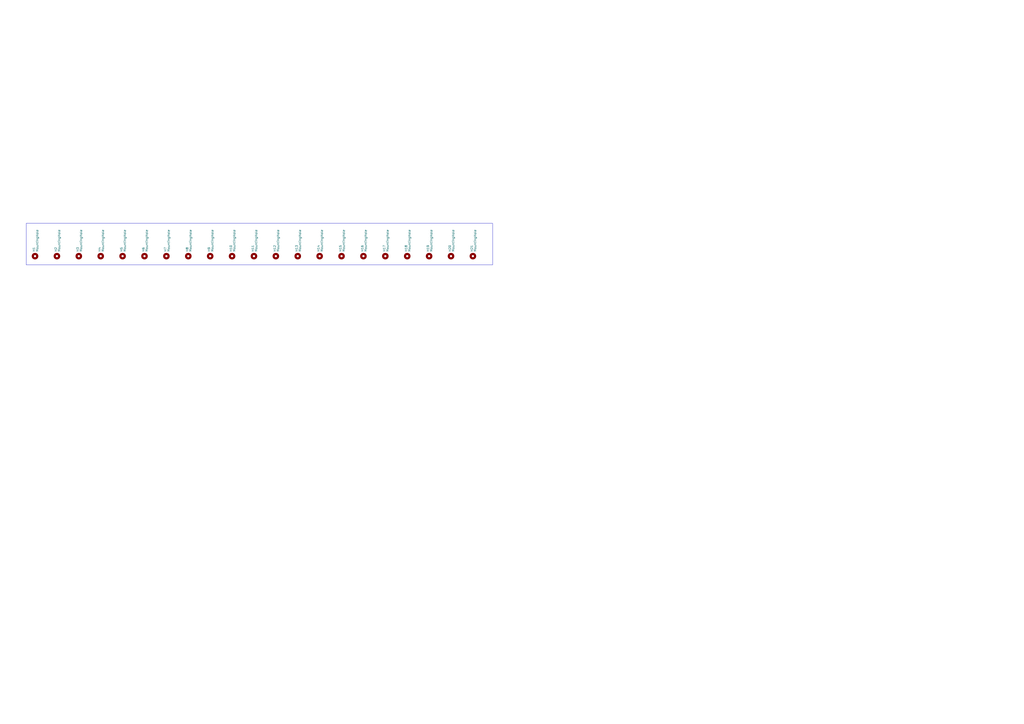
<source format=kicad_sch>
(kicad_sch (version 20230121) (generator eeschema)

  (uuid 139e3044-b870-4b2f-acfa-8b057932fd92)

  (paper "A2")

  (lib_symbols
    (symbol "Mechanical:MountingHole" (pin_names (offset 1.016)) (in_bom yes) (on_board yes)
      (property "Reference" "H" (at 0 5.08 0)
        (effects (font (size 1.27 1.27)))
      )
      (property "Value" "MountingHole" (at 0 3.175 0)
        (effects (font (size 1.27 1.27)))
      )
      (property "Footprint" "" (at 0 0 0)
        (effects (font (size 1.27 1.27)) hide)
      )
      (property "Datasheet" "~" (at 0 0 0)
        (effects (font (size 1.27 1.27)) hide)
      )
      (property "ki_keywords" "mounting hole" (at 0 0 0)
        (effects (font (size 1.27 1.27)) hide)
      )
      (property "ki_description" "Mounting Hole without connection" (at 0 0 0)
        (effects (font (size 1.27 1.27)) hide)
      )
      (property "ki_fp_filters" "MountingHole*" (at 0 0 0)
        (effects (font (size 1.27 1.27)) hide)
      )
      (symbol "MountingHole_0_1"
        (circle (center 0 0) (radius 1.27)
          (stroke (width 1.27) (type default))
          (fill (type none))
        )
      )
    )
  )


  (rectangle (start 15.24 129.54) (end 285.75 153.67)
    (stroke (width 0) (type default))
    (fill (type none))
    (uuid 9db3268d-d756-4cf8-8318-7f533bfb31f4)
  )

  (symbol (lib_id "Mechanical:MountingHole") (at 160.02 148.59 90) (unit 1)
    (in_bom yes) (on_board yes) (dnp no) (fields_autoplaced)
    (uuid 016143c5-629e-4c59-91df-c53b47bf086f)
    (property "Reference" "H12" (at 159.3763 146.05 0)
      (effects (font (size 1.27 1.27)) (justify left))
    )
    (property "Value" "MountingHole" (at 161.2973 146.05 0)
      (effects (font (size 1.27 1.27)) (justify left))
    )
    (property "Footprint" "MountingHole:MountingHole_2.5mm" (at 160.02 148.59 0)
      (effects (font (size 1.27 1.27)) hide)
    )
    (property "Datasheet" "~" (at 160.02 148.59 0)
      (effects (font (size 1.27 1.27)) hide)
    )
    (instances
      (project "kha-bgt-spacer"
        (path "/139e3044-b870-4b2f-acfa-8b057932fd92"
          (reference "H12") (unit 1)
        )
      )
    )
  )

  (symbol (lib_id "Mechanical:MountingHole") (at 45.72 148.59 90) (unit 1)
    (in_bom yes) (on_board yes) (dnp no) (fields_autoplaced)
    (uuid 1167035d-8709-4cab-b564-0f3c573c309a)
    (property "Reference" "H3" (at 45.0763 146.05 0)
      (effects (font (size 1.27 1.27)) (justify left))
    )
    (property "Value" "MountingHole" (at 46.9973 146.05 0)
      (effects (font (size 1.27 1.27)) (justify left))
    )
    (property "Footprint" "MountingHole:MountingHole_2.5mm" (at 45.72 148.59 0)
      (effects (font (size 1.27 1.27)) hide)
    )
    (property "Datasheet" "~" (at 45.72 148.59 0)
      (effects (font (size 1.27 1.27)) hide)
    )
    (instances
      (project "kha-bgt-spacer"
        (path "/139e3044-b870-4b2f-acfa-8b057932fd92"
          (reference "H3") (unit 1)
        )
      )
    )
  )

  (symbol (lib_id "Mechanical:MountingHole") (at 274.32 148.59 90) (unit 1)
    (in_bom yes) (on_board yes) (dnp no) (fields_autoplaced)
    (uuid 13329759-5974-43fc-a99e-49fce77734ac)
    (property "Reference" "H21" (at 273.6763 146.05 0)
      (effects (font (size 1.27 1.27)) (justify left))
    )
    (property "Value" "MountingHole" (at 275.5973 146.05 0)
      (effects (font (size 1.27 1.27)) (justify left))
    )
    (property "Footprint" "MountingHole:MountingHole_2.5mm" (at 274.32 148.59 0)
      (effects (font (size 1.27 1.27)) hide)
    )
    (property "Datasheet" "~" (at 274.32 148.59 0)
      (effects (font (size 1.27 1.27)) hide)
    )
    (instances
      (project "kha-bgt-spacer"
        (path "/139e3044-b870-4b2f-acfa-8b057932fd92"
          (reference "H21") (unit 1)
        )
      )
    )
  )

  (symbol (lib_id "Mechanical:MountingHole") (at 236.22 148.59 90) (unit 1)
    (in_bom yes) (on_board yes) (dnp no) (fields_autoplaced)
    (uuid 13556c12-3752-4ebb-99fa-e60ccff862b9)
    (property "Reference" "H18" (at 235.5763 146.05 0)
      (effects (font (size 1.27 1.27)) (justify left))
    )
    (property "Value" "MountingHole" (at 237.4973 146.05 0)
      (effects (font (size 1.27 1.27)) (justify left))
    )
    (property "Footprint" "MountingHole:MountingHole_2.5mm" (at 236.22 148.59 0)
      (effects (font (size 1.27 1.27)) hide)
    )
    (property "Datasheet" "~" (at 236.22 148.59 0)
      (effects (font (size 1.27 1.27)) hide)
    )
    (instances
      (project "kha-bgt-spacer"
        (path "/139e3044-b870-4b2f-acfa-8b057932fd92"
          (reference "H18") (unit 1)
        )
      )
    )
  )

  (symbol (lib_id "Mechanical:MountingHole") (at 147.32 148.59 90) (unit 1)
    (in_bom yes) (on_board yes) (dnp no) (fields_autoplaced)
    (uuid 19570f29-f921-4374-9aa7-fe31ebdfa2d4)
    (property "Reference" "H11" (at 146.6763 146.05 0)
      (effects (font (size 1.27 1.27)) (justify left))
    )
    (property "Value" "MountingHole" (at 148.5973 146.05 0)
      (effects (font (size 1.27 1.27)) (justify left))
    )
    (property "Footprint" "MountingHole:MountingHole_2.5mm" (at 147.32 148.59 0)
      (effects (font (size 1.27 1.27)) hide)
    )
    (property "Datasheet" "~" (at 147.32 148.59 0)
      (effects (font (size 1.27 1.27)) hide)
    )
    (instances
      (project "kha-bgt-spacer"
        (path "/139e3044-b870-4b2f-acfa-8b057932fd92"
          (reference "H11") (unit 1)
        )
      )
    )
  )

  (symbol (lib_id "Mechanical:MountingHole") (at 261.62 148.59 90) (unit 1)
    (in_bom yes) (on_board yes) (dnp no) (fields_autoplaced)
    (uuid 2a09029c-513c-433e-8055-d20cf6342e55)
    (property "Reference" "H20" (at 260.9763 146.05 0)
      (effects (font (size 1.27 1.27)) (justify left))
    )
    (property "Value" "MountingHole" (at 262.8973 146.05 0)
      (effects (font (size 1.27 1.27)) (justify left))
    )
    (property "Footprint" "MountingHole:MountingHole_2.5mm" (at 261.62 148.59 0)
      (effects (font (size 1.27 1.27)) hide)
    )
    (property "Datasheet" "~" (at 261.62 148.59 0)
      (effects (font (size 1.27 1.27)) hide)
    )
    (instances
      (project "kha-bgt-spacer"
        (path "/139e3044-b870-4b2f-acfa-8b057932fd92"
          (reference "H20") (unit 1)
        )
      )
    )
  )

  (symbol (lib_id "Mechanical:MountingHole") (at 223.52 148.59 90) (unit 1)
    (in_bom yes) (on_board yes) (dnp no) (fields_autoplaced)
    (uuid 2ea71979-8ffe-42d8-b039-9f3c3c12813b)
    (property "Reference" "H17" (at 222.8763 146.05 0)
      (effects (font (size 1.27 1.27)) (justify left))
    )
    (property "Value" "MountingHole" (at 224.7973 146.05 0)
      (effects (font (size 1.27 1.27)) (justify left))
    )
    (property "Footprint" "MountingHole:MountingHole_2.5mm" (at 223.52 148.59 0)
      (effects (font (size 1.27 1.27)) hide)
    )
    (property "Datasheet" "~" (at 223.52 148.59 0)
      (effects (font (size 1.27 1.27)) hide)
    )
    (instances
      (project "kha-bgt-spacer"
        (path "/139e3044-b870-4b2f-acfa-8b057932fd92"
          (reference "H17") (unit 1)
        )
      )
    )
  )

  (symbol (lib_id "Mechanical:MountingHole") (at 210.82 148.59 90) (unit 1)
    (in_bom yes) (on_board yes) (dnp no) (fields_autoplaced)
    (uuid 56107b6a-8b6b-4589-95f3-1e93a1a9736f)
    (property "Reference" "H16" (at 210.1763 146.05 0)
      (effects (font (size 1.27 1.27)) (justify left))
    )
    (property "Value" "MountingHole" (at 212.0973 146.05 0)
      (effects (font (size 1.27 1.27)) (justify left))
    )
    (property "Footprint" "MountingHole:MountingHole_2.5mm" (at 210.82 148.59 0)
      (effects (font (size 1.27 1.27)) hide)
    )
    (property "Datasheet" "~" (at 210.82 148.59 0)
      (effects (font (size 1.27 1.27)) hide)
    )
    (instances
      (project "kha-bgt-spacer"
        (path "/139e3044-b870-4b2f-acfa-8b057932fd92"
          (reference "H16") (unit 1)
        )
      )
    )
  )

  (symbol (lib_id "Mechanical:MountingHole") (at 134.62 148.59 90) (unit 1)
    (in_bom yes) (on_board yes) (dnp no) (fields_autoplaced)
    (uuid 66dc4b97-5027-4474-b455-9ffb75f6db5a)
    (property "Reference" "H10" (at 133.9763 146.05 0)
      (effects (font (size 1.27 1.27)) (justify left))
    )
    (property "Value" "MountingHole" (at 135.8973 146.05 0)
      (effects (font (size 1.27 1.27)) (justify left))
    )
    (property "Footprint" "MountingHole:MountingHole_2.5mm" (at 134.62 148.59 0)
      (effects (font (size 1.27 1.27)) hide)
    )
    (property "Datasheet" "~" (at 134.62 148.59 0)
      (effects (font (size 1.27 1.27)) hide)
    )
    (instances
      (project "kha-bgt-spacer"
        (path "/139e3044-b870-4b2f-acfa-8b057932fd92"
          (reference "H10") (unit 1)
        )
      )
    )
  )

  (symbol (lib_id "Mechanical:MountingHole") (at 20.32 148.59 90) (unit 1)
    (in_bom yes) (on_board yes) (dnp no) (fields_autoplaced)
    (uuid 6f17b33f-d029-4c16-b08a-d41109a6852f)
    (property "Reference" "H1" (at 19.6763 146.05 0)
      (effects (font (size 1.27 1.27)) (justify left))
    )
    (property "Value" "MountingHole" (at 21.5973 146.05 0)
      (effects (font (size 1.27 1.27)) (justify left))
    )
    (property "Footprint" "MountingHole:MountingHole_2.5mm" (at 20.32 148.59 0)
      (effects (font (size 1.27 1.27)) hide)
    )
    (property "Datasheet" "~" (at 20.32 148.59 0)
      (effects (font (size 1.27 1.27)) hide)
    )
    (instances
      (project "kha-bgt-spacer"
        (path "/139e3044-b870-4b2f-acfa-8b057932fd92"
          (reference "H1") (unit 1)
        )
      )
    )
  )

  (symbol (lib_id "Mechanical:MountingHole") (at 96.52 148.59 90) (unit 1)
    (in_bom yes) (on_board yes) (dnp no) (fields_autoplaced)
    (uuid 753ac359-f1a5-48fc-b9d6-2de1fbff6074)
    (property "Reference" "H7" (at 95.8763 146.05 0)
      (effects (font (size 1.27 1.27)) (justify left))
    )
    (property "Value" "MountingHole" (at 97.7973 146.05 0)
      (effects (font (size 1.27 1.27)) (justify left))
    )
    (property "Footprint" "MountingHole:MountingHole_2.5mm" (at 96.52 148.59 0)
      (effects (font (size 1.27 1.27)) hide)
    )
    (property "Datasheet" "~" (at 96.52 148.59 0)
      (effects (font (size 1.27 1.27)) hide)
    )
    (instances
      (project "kha-bgt-spacer"
        (path "/139e3044-b870-4b2f-acfa-8b057932fd92"
          (reference "H7") (unit 1)
        )
      )
    )
  )

  (symbol (lib_id "Mechanical:MountingHole") (at 83.82 148.59 90) (unit 1)
    (in_bom yes) (on_board yes) (dnp no) (fields_autoplaced)
    (uuid 88c2040a-4ce5-46e4-9b06-ee4e254784cf)
    (property "Reference" "H6" (at 83.1763 146.05 0)
      (effects (font (size 1.27 1.27)) (justify left))
    )
    (property "Value" "MountingHole" (at 85.0973 146.05 0)
      (effects (font (size 1.27 1.27)) (justify left))
    )
    (property "Footprint" "MountingHole:MountingHole_2.5mm" (at 83.82 148.59 0)
      (effects (font (size 1.27 1.27)) hide)
    )
    (property "Datasheet" "~" (at 83.82 148.59 0)
      (effects (font (size 1.27 1.27)) hide)
    )
    (instances
      (project "kha-bgt-spacer"
        (path "/139e3044-b870-4b2f-acfa-8b057932fd92"
          (reference "H6") (unit 1)
        )
      )
    )
  )

  (symbol (lib_id "Mechanical:MountingHole") (at 33.02 148.59 90) (unit 1)
    (in_bom yes) (on_board yes) (dnp no) (fields_autoplaced)
    (uuid 890a92f2-d249-419b-a777-eefbbcb00026)
    (property "Reference" "H2" (at 32.3763 146.05 0)
      (effects (font (size 1.27 1.27)) (justify left))
    )
    (property "Value" "MountingHole" (at 34.2973 146.05 0)
      (effects (font (size 1.27 1.27)) (justify left))
    )
    (property "Footprint" "MountingHole:MountingHole_2.5mm" (at 33.02 148.59 0)
      (effects (font (size 1.27 1.27)) hide)
    )
    (property "Datasheet" "~" (at 33.02 148.59 0)
      (effects (font (size 1.27 1.27)) hide)
    )
    (instances
      (project "kha-bgt-spacer"
        (path "/139e3044-b870-4b2f-acfa-8b057932fd92"
          (reference "H2") (unit 1)
        )
      )
    )
  )

  (symbol (lib_id "Mechanical:MountingHole") (at 121.92 148.59 90) (unit 1)
    (in_bom yes) (on_board yes) (dnp no) (fields_autoplaced)
    (uuid 96ed0b54-7a79-45ca-8c3e-cd1e6a76e710)
    (property "Reference" "H9" (at 121.2763 146.05 0)
      (effects (font (size 1.27 1.27)) (justify left))
    )
    (property "Value" "MountingHole" (at 123.1973 146.05 0)
      (effects (font (size 1.27 1.27)) (justify left))
    )
    (property "Footprint" "MountingHole:MountingHole_2.5mm" (at 121.92 148.59 0)
      (effects (font (size 1.27 1.27)) hide)
    )
    (property "Datasheet" "~" (at 121.92 148.59 0)
      (effects (font (size 1.27 1.27)) hide)
    )
    (instances
      (project "kha-bgt-spacer"
        (path "/139e3044-b870-4b2f-acfa-8b057932fd92"
          (reference "H9") (unit 1)
        )
      )
    )
  )

  (symbol (lib_id "Mechanical:MountingHole") (at 172.72 148.59 90) (unit 1)
    (in_bom yes) (on_board yes) (dnp no) (fields_autoplaced)
    (uuid 9d1bb0db-277c-4737-9808-8191971d4fd6)
    (property "Reference" "H13" (at 172.0763 146.05 0)
      (effects (font (size 1.27 1.27)) (justify left))
    )
    (property "Value" "MountingHole" (at 173.9973 146.05 0)
      (effects (font (size 1.27 1.27)) (justify left))
    )
    (property "Footprint" "MountingHole:MountingHole_2.5mm" (at 172.72 148.59 0)
      (effects (font (size 1.27 1.27)) hide)
    )
    (property "Datasheet" "~" (at 172.72 148.59 0)
      (effects (font (size 1.27 1.27)) hide)
    )
    (instances
      (project "kha-bgt-spacer"
        (path "/139e3044-b870-4b2f-acfa-8b057932fd92"
          (reference "H13") (unit 1)
        )
      )
    )
  )

  (symbol (lib_id "Mechanical:MountingHole") (at 185.42 148.59 90) (unit 1)
    (in_bom yes) (on_board yes) (dnp no) (fields_autoplaced)
    (uuid c343af19-2197-4357-a2a5-d3caebded5b4)
    (property "Reference" "H14" (at 184.7763 146.05 0)
      (effects (font (size 1.27 1.27)) (justify left))
    )
    (property "Value" "MountingHole" (at 186.6973 146.05 0)
      (effects (font (size 1.27 1.27)) (justify left))
    )
    (property "Footprint" "MountingHole:MountingHole_2.5mm" (at 185.42 148.59 0)
      (effects (font (size 1.27 1.27)) hide)
    )
    (property "Datasheet" "~" (at 185.42 148.59 0)
      (effects (font (size 1.27 1.27)) hide)
    )
    (instances
      (project "kha-bgt-spacer"
        (path "/139e3044-b870-4b2f-acfa-8b057932fd92"
          (reference "H14") (unit 1)
        )
      )
    )
  )

  (symbol (lib_id "Mechanical:MountingHole") (at 71.12 148.59 90) (unit 1)
    (in_bom yes) (on_board yes) (dnp no) (fields_autoplaced)
    (uuid e07886b6-16af-4994-9698-fa7c022686f2)
    (property "Reference" "H5" (at 70.4763 146.05 0)
      (effects (font (size 1.27 1.27)) (justify left))
    )
    (property "Value" "MountingHole" (at 72.3973 146.05 0)
      (effects (font (size 1.27 1.27)) (justify left))
    )
    (property "Footprint" "MountingHole:MountingHole_2.5mm" (at 71.12 148.59 0)
      (effects (font (size 1.27 1.27)) hide)
    )
    (property "Datasheet" "~" (at 71.12 148.59 0)
      (effects (font (size 1.27 1.27)) hide)
    )
    (instances
      (project "kha-bgt-spacer"
        (path "/139e3044-b870-4b2f-acfa-8b057932fd92"
          (reference "H5") (unit 1)
        )
      )
    )
  )

  (symbol (lib_id "Mechanical:MountingHole") (at 109.22 148.59 90) (unit 1)
    (in_bom yes) (on_board yes) (dnp no) (fields_autoplaced)
    (uuid ea6357ed-789f-4ddc-90c4-5f70bb862555)
    (property "Reference" "H8" (at 108.5763 146.05 0)
      (effects (font (size 1.27 1.27)) (justify left))
    )
    (property "Value" "MountingHole" (at 110.4973 146.05 0)
      (effects (font (size 1.27 1.27)) (justify left))
    )
    (property "Footprint" "MountingHole:MountingHole_2.5mm" (at 109.22 148.59 0)
      (effects (font (size 1.27 1.27)) hide)
    )
    (property "Datasheet" "~" (at 109.22 148.59 0)
      (effects (font (size 1.27 1.27)) hide)
    )
    (instances
      (project "kha-bgt-spacer"
        (path "/139e3044-b870-4b2f-acfa-8b057932fd92"
          (reference "H8") (unit 1)
        )
      )
    )
  )

  (symbol (lib_id "Mechanical:MountingHole") (at 198.12 148.59 90) (unit 1)
    (in_bom yes) (on_board yes) (dnp no) (fields_autoplaced)
    (uuid f3e5d5ba-963a-4a76-9cfb-f9cf983ecd4c)
    (property "Reference" "H15" (at 197.4763 146.05 0)
      (effects (font (size 1.27 1.27)) (justify left))
    )
    (property "Value" "MountingHole" (at 199.3973 146.05 0)
      (effects (font (size 1.27 1.27)) (justify left))
    )
    (property "Footprint" "MountingHole:MountingHole_2.5mm" (at 198.12 148.59 0)
      (effects (font (size 1.27 1.27)) hide)
    )
    (property "Datasheet" "~" (at 198.12 148.59 0)
      (effects (font (size 1.27 1.27)) hide)
    )
    (instances
      (project "kha-bgt-spacer"
        (path "/139e3044-b870-4b2f-acfa-8b057932fd92"
          (reference "H15") (unit 1)
        )
      )
    )
  )

  (symbol (lib_id "Mechanical:MountingHole") (at 58.42 148.59 90) (unit 1)
    (in_bom yes) (on_board yes) (dnp no) (fields_autoplaced)
    (uuid ff29ed72-cd63-4ec0-9cfe-53ecde840312)
    (property "Reference" "H4" (at 57.7763 146.05 0)
      (effects (font (size 1.27 1.27)) (justify left))
    )
    (property "Value" "MountingHole" (at 59.6973 146.05 0)
      (effects (font (size 1.27 1.27)) (justify left))
    )
    (property "Footprint" "MountingHole:MountingHole_2.5mm" (at 58.42 148.59 0)
      (effects (font (size 1.27 1.27)) hide)
    )
    (property "Datasheet" "~" (at 58.42 148.59 0)
      (effects (font (size 1.27 1.27)) hide)
    )
    (instances
      (project "kha-bgt-spacer"
        (path "/139e3044-b870-4b2f-acfa-8b057932fd92"
          (reference "H4") (unit 1)
        )
      )
    )
  )

  (symbol (lib_id "Mechanical:MountingHole") (at 248.92 148.59 90) (unit 1)
    (in_bom yes) (on_board yes) (dnp no) (fields_autoplaced)
    (uuid ffa83474-b864-474e-a605-5b6e4110140a)
    (property "Reference" "H19" (at 248.2763 146.05 0)
      (effects (font (size 1.27 1.27)) (justify left))
    )
    (property "Value" "MountingHole" (at 250.1973 146.05 0)
      (effects (font (size 1.27 1.27)) (justify left))
    )
    (property "Footprint" "MountingHole:MountingHole_2.5mm" (at 248.92 148.59 0)
      (effects (font (size 1.27 1.27)) hide)
    )
    (property "Datasheet" "~" (at 248.92 148.59 0)
      (effects (font (size 1.27 1.27)) hide)
    )
    (instances
      (project "kha-bgt-spacer"
        (path "/139e3044-b870-4b2f-acfa-8b057932fd92"
          (reference "H19") (unit 1)
        )
      )
    )
  )

  (sheet_instances
    (path "/" (page "1"))
  )
)

</source>
